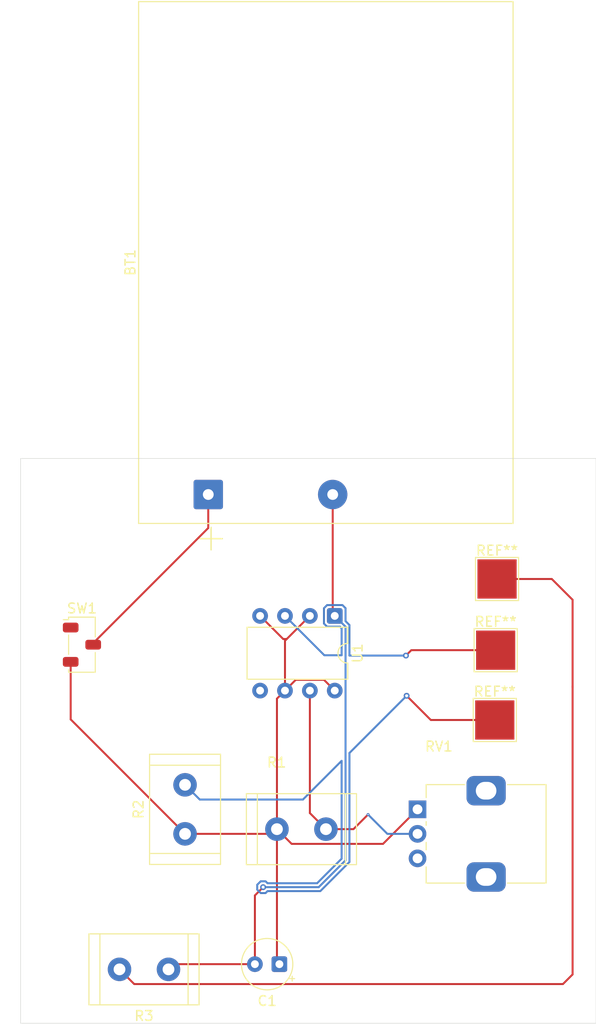
<source format=kicad_pcb>
(kicad_pcb (version 20241229) (generator "pcbnew") (generator_version "9.0")
  (layers (0 "F.Cu" signal) (2 "B.Cu" signal) (13 "F.Paste" user) (15 "B.Paste" user) (5 "F.SilkS" user "F.Silkscreen") (7 "B.SilkS" user "B.Silkscreen") (1 "F.Mask" user) (3 "B.Mask" user) (25 "Edge.Cuts" user))
  (net 0 "")
  (net 1 "Net-(BT1--)")
  (net 2 "Net-(SW1-A)")
  (net 3 "Net-(BT1-+)")
  (net 4 "Net-(U1-DIS)")
  (net 5 "Net-(G11-A)")
  (net 6 "Net-(G1-K)")
  (net 7 "Net-(G16-K)")
  (footprint "TestPoint:TestPoint_Pad_4.0x4.0mm" (layer "F.Cu") (at 161.69 88.95)
    (property "Reference" "REF**" (at 0 -2.898 0) (layer "F.SilkS"))
    (property "Value" "TestPoint_Pad_4.0x4.0mm")
    (fp_line (start -2.2 -2.2) (end 2.2 -2.2) (stroke (width 0.12)) (layer "F.SilkS") (net 1))
    (fp_line (start -2.2 2.2) (end -2.2 -2.2) (stroke (width 0.12)) (layer "F.SilkS") (net 1))
    (fp_line (start 2.2 -2.2) (end 2.2 2.2) (stroke (width 0.12)) (layer "F.SilkS") (net 1))
    (fp_line (start 2.2 2.2) (end -2.2 2.2) (stroke (width 0.12)) (layer "F.SilkS") (net 1))
    (pad "1" smd rect (at 0 0) (size 4 4) (layers "F.Cu" "F.Mask") (net 7 "Net-(G16-K)"))
  )
  (footprint "Battery:BatteryHolder_Keystone_2479_3xAAA" (layer "F.Cu") (at 132.2145 80.3335 90)
    (property "Reference" "BT1" (at 23.66 -7.95 90) (layer "F.SilkS"))
    (property "Value" "9V")
    (fp_line (start 50.27 -7.11) (end 50.27 31.11) (stroke (width 0.12)) (layer "F.SilkS") (net 1))
    (fp_line (start -2.95 -7.11) (end 50.27 -7.11) (stroke (width 0.12)) (layer "F.SilkS") (net 1))
    (fp_line (start 50.27 31.11) (end -2.95 31.11) (stroke (width 0.12)) (layer "F.SilkS") (net 1))
    (fp_line (start -2.95 31.11) (end -2.95 -7.11) (stroke (width 0.12)) (layer "F.SilkS") (net 1))
    (fp_text user "+" (at -4.5 0.05 90) (layer "F.SilkS") (effects (font (size 3 3))))
    (pad "" np_thru_hole circle (at 23.72 0 90) (size 3.45 3.45) (drill 3.45) (layers "*.Cu" "*.Mask"))
    (pad "" np_thru_hole circle (at 23.72 24 90) (size 3.45 3.45) (drill 3.45) (layers "*.Cu" "*.Mask"))
    (pad "1" thru_hole roundrect (at 0 0 90) (size 3 3) (drill 1.1) (layers "*.Cu" "*.Mask") (roundrect_rratio 0.083333) (net 3 "Net-(BT1-+)"))
    (pad "2" thru_hole circle (at 0 12.7 90) (size 3 3) (drill 1.1) (layers "*.Cu" "*.Mask") (net 1 "Net-(BT1--)"))
  )
  (footprint "Package_DIP:DIP-8_W7.62mm" (layer "F.Cu") (at 145.1245 92.7135 -90)
    (property "Reference" "U1" (at 3.81 -2.33 90) (layer "F.SilkS"))
    (property "Value" "LM555xN")
    (fp_line (start 1.16 8.95) (end 6.46 8.95) (stroke (width 0.12)) (layer "F.SilkS") (net 1))
    (fp_line (start 6.46 8.95) (end 6.46 -1.33) (stroke (width 0.12)) (layer "F.SilkS") (net 1))
    (fp_line (start 1.16 -1.33) (end 1.16 8.95) (stroke (width 0.12)) (layer "F.SilkS") (net 1))
    (fp_line (start 2.81 -1.33) (end 1.16 -1.33) (stroke (width 0.12)) (layer "F.SilkS") (net 1))
    (fp_line (start 6.46 -1.33) (end 4.81 -1.33) (stroke (width 0.12)) (layer "F.SilkS") (net 1))
    (fp_arc (start 4.81 -1.33) (mid 3.81 -0.33) (end 2.81 -1.33) (stroke (width 0.12)) (layer "F.SilkS") (net 1))
    (pad "1" thru_hole roundrect (at 0 0 270) (size 1.6 1.6) (drill 0.8) (layers "*.Cu" "*.Mask") (roundrect_rratio 0.15625) (net 1 "Net-(BT1--)"))
    (pad "2" thru_hole circle (at 0 2.54 270) (size 1.6 1.6) (drill 0.8) (layers "*.Cu" "*.Mask") (net 2 "Net-(SW1-A)"))
    (pad "3" thru_hole circle (at 0 5.08 270) (size 1.6 1.6) (drill 0.8) (layers "*.Cu" "*.Mask") (net 5 "Net-(G11-A)"))
    (pad "4" thru_hole circle (at 0 7.62 270) (size 1.6 1.6) (drill 0.8) (layers "*.Cu" "*.Mask") (net 2 "Net-(SW1-A)"))
    (pad "5" thru_hole circle (at 7.62 7.62 270) (size 1.6 1.6) (drill 0.8) (layers "*.Cu" "*.Mask"))
    (pad "6" thru_hole circle (at 7.62 5.08 270) (size 1.6 1.6) (drill 0.8) (layers "*.Cu" "*.Mask") (net 2 "Net-(SW1-A)"))
    (pad "7" thru_hole circle (at 7.62 2.54 270) (size 1.6 1.6) (drill 0.8) (layers "*.Cu" "*.Mask") (net 4 "Net-(U1-DIS)"))
    (pad "8" thru_hole circle (at 7.62 0 270) (size 1.6 1.6) (drill 0.8) (layers "*.Cu" "*.Mask") (net 2 "Net-(SW1-A)"))
  )
  (footprint "Resistor_THT:R_Radial_Power_L11.0mm_W7.0mm_P5.00mm" (layer "F.Cu") (at 129.8445 114.9435 90)
    (property "Reference" "R2" (at 2.5 -4.75 90) (layer "F.SilkS"))
    (property "Value" "220R")
    (fp_line (start 8.12 -3.62) (end 8.12 3.62) (stroke (width 0.12)) (layer "F.SilkS") (net 1))
    (fp_line (start 7 -3.62) (end 7 3.62) (stroke (width 0.12)) (layer "F.SilkS") (net 1))
    (fp_line (start -2 -3.62) (end -2 3.62) (stroke (width 0.12)) (layer "F.SilkS") (net 1))
    (fp_line (start -3.12 -3.62) (end 8.12 -3.62) (stroke (width 0.12)) (layer "F.SilkS") (net 1))
    (fp_line (start 8.12 3.62) (end -3.12 3.62) (stroke (width 0.12)) (layer "F.SilkS") (net 1))
    (fp_line (start -3.12 3.62) (end -3.12 -3.62) (stroke (width 0.12)) (layer "F.SilkS") (net 1))
    (pad "1" thru_hole circle (at 0 0 90) (size 2.4 2.4) (drill 1.2) (layers "*.Cu" "*.Mask") (net 2 "Net-(SW1-A)"))
    (pad "2" thru_hole circle (at 5 0 90) (size 2.4 2.4) (drill 1.2) (layers "*.Cu" "*.Mask") (net 6 "Net-(G1-K)"))
  )
  (footprint "Resistor_THT:R_Radial_Power_L11.0mm_W7.0mm_P5.00mm" (layer "F.Cu") (at 139.2245 114.4635)
    (property "Reference" "R1" (at -0.03 -6.8 180) (layer "F.SilkS"))
    (property "Value" "1K")
    (fp_line (start -3.12 -3.62) (end 8.12 -3.62) (stroke (width 0.12)) (layer "F.SilkS") (net 1))
    (fp_line (start -3.12 3.62) (end -3.12 -3.62) (stroke (width 0.12)) (layer "F.SilkS") (net 1))
    (fp_line (start -2 -3.62) (end -2 3.62) (stroke (width 0.12)) (layer "F.SilkS") (net 1))
    (fp_line (start 7 -3.62) (end 7 3.62) (stroke (width 0.12)) (layer "F.SilkS") (net 1))
    (fp_line (start 8.12 -3.62) (end 8.12 3.62) (stroke (width 0.12)) (layer "F.SilkS") (net 1))
    (fp_line (start 8.12 3.62) (end -3.12 3.62) (stroke (width 0.12)) (layer "F.SilkS") (net 1))
    (pad "1" thru_hole circle (at 0 0) (size 2.4 2.4) (drill 1.2) (layers "*.Cu" "*.Mask") (net 2 "Net-(SW1-A)"))
    (pad "2" thru_hole circle (at 5 0) (size 2.4 2.4) (drill 1.2) (layers "*.Cu" "*.Mask") (net 4 "Net-(U1-DIS)"))
  )
  (footprint "Potentiometer_THT:Potentiometer_Alps_RK09K_Single_Vertical" (layer "F.Cu") (at 153.5745 112.4435)
    (property "Reference" "RV1" (at 2.18 -6.41 180) (layer "F.SilkS"))
    (property "Value" "R_Potentiometer_Trim_US")
    (fp_line (start 0.88 -2.521) (end 0.88 -1.2) (stroke (width 0.12)) (layer "F.SilkS") (net 1))
    (fp_line (start 0.88 -2.521) (end 4.817 -2.521) (stroke (width 0.12)) (layer "F.SilkS") (net 1))
    (fp_line (start 0.88 1.25) (end 0.88 1.63) (stroke (width 0.12)) (layer "F.SilkS") (net 1))
    (fp_line (start 0.88 3.371) (end 0.88 4.13) (stroke (width 0.12)) (layer "F.SilkS") (net 1))
    (fp_line (start 0.88 5.87) (end 0.88 7.52) (stroke (width 0.12)) (layer "F.SilkS") (net 1))
    (fp_line (start 0.88 7.52) (end 4.817 7.52) (stroke (width 0.12)) (layer "F.SilkS") (net 1))
    (fp_line (start 9.184 -2.521) (end 13.12 -2.521) (stroke (width 0.12)) (layer "F.SilkS") (net 1))
    (fp_line (start 9.184 7.52) (end 13.12 7.52) (stroke (width 0.12)) (layer "F.SilkS") (net 1))
    (fp_line (start 13.12 -2.521) (end 13.12 7.52) (stroke (width 0.12)) (layer "F.SilkS") (net 1))
    (pad "1" thru_hole rect (at 0 0) (size 1.8 1.8) (drill 1) (layers "*.Cu" "*.Mask") (net 2 "Net-(SW1-A)"))
    (pad "2" thru_hole circle (at 0 2.5) (size 1.8 1.8) (drill 1) (layers "*.Cu" "*.Mask") (net 4 "Net-(U1-DIS)"))
    (pad "3" thru_hole circle (at 0 5) (size 1.8 1.8) (drill 1) (layers "*.Cu" "*.Mask"))
    (pad "MP" thru_hole roundrect (at 7 -1.9) (size 4 3) (drill oval 2.1 1.8) (layers "*.Cu" "*.Mask"))
    (pad "MP" thru_hole roundrect (at 7 6.9) (size 4 3) (drill oval 2.1 1.8) (layers "*.Cu" "*.Mask"))
  )
  (footprint "TestPoint:TestPoint_Pad_4.0x4.0mm" (layer "F.Cu") (at 161.55 96.21)
    (property "Reference" "REF**" (at 0 -2.898 0) (layer "F.SilkS"))
    (property "Value" "TestPoint_Pad_4.0x4.0mm")
    (fp_line (start -2.2 -2.2) (end 2.2 -2.2) (stroke (width 0.12)) (layer "F.SilkS") (net 1))
    (fp_line (start -2.2 2.2) (end -2.2 -2.2) (stroke (width 0.12)) (layer "F.SilkS") (net 1))
    (fp_line (start 2.2 -2.2) (end 2.2 2.2) (stroke (width 0.12)) (layer "F.SilkS") (net 1))
    (fp_line (start 2.2 2.2) (end -2.2 2.2) (stroke (width 0.12)) (layer "F.SilkS") (net 1))
    (pad "1" smd rect (at 0 0) (size 4 4) (layers "F.Cu" "F.Mask") (net 5 "Net-(G11-A)"))
  )
  (footprint "TestPoint:TestPoint_Pad_4.0x4.0mm" (layer "F.Cu") (at 161.46 103.33)
    (property "Reference" "REF**" (at 0 -2.898 0) (layer "F.SilkS"))
    (property "Value" "TestPoint_Pad_4.0x4.0mm")
    (fp_line (start -2.2 -2.2) (end 2.2 -2.2) (stroke (width 0.12)) (layer "F.SilkS") (net 1))
    (fp_line (start -2.2 2.2) (end -2.2 -2.2) (stroke (width 0.12)) (layer "F.SilkS") (net 1))
    (fp_line (start 2.2 -2.2) (end 2.2 2.2) (stroke (width 0.12)) (layer "F.SilkS") (net 1))
    (fp_line (start 2.2 2.2) (end -2.2 2.2) (stroke (width 0.12)) (layer "F.SilkS") (net 1))
    (pad "1" smd rect (at 0 0) (size 4 4) (layers "F.Cu" "F.Mask") (net 6 "Net-(G1-K)"))
  )
  (footprint "Resistor_THT:R_Radial_Power_L11.0mm_W7.0mm_P5.00mm" (layer "F.Cu") (at 128.1545 128.7635 180)
    (property "Reference" "R3" (at 2.5 -4.75 0) (layer "F.SilkS"))
    (property "Value" "220R")
    (fp_line (start 8.12 3.62) (end -3.12 3.62) (stroke (width 0.12)) (layer "F.SilkS") (net 1))
    (fp_line (start 8.12 -3.62) (end 8.12 3.62) (stroke (width 0.12)) (layer "F.SilkS") (net 1))
    (fp_line (start 7 -3.62) (end 7 3.62) (stroke (width 0.12)) (layer "F.SilkS") (net 1))
    (fp_line (start -2 -3.62) (end -2 3.62) (stroke (width 0.12)) (layer "F.SilkS") (net 1))
    (fp_line (start -3.12 3.62) (end -3.12 -3.62) (stroke (width 0.12)) (layer "F.SilkS") (net 1))
    (fp_line (start -3.12 -3.62) (end 8.12 -3.62) (stroke (width 0.12)) (layer "F.SilkS") (net 1))
    (pad "1" thru_hole circle (at 0 0 180) (size 2.4 2.4) (drill 1.2) (layers "*.Cu" "*.Mask") (net 1 "Net-(BT1--)"))
    (pad "2" thru_hole circle (at 5 0 180) (size 2.4 2.4) (drill 1.2) (layers "*.Cu" "*.Mask") (net 7 "Net-(G16-K)"))
  )
  (footprint "Button_Switch_SMD:Nidec_Copal_CAS-120A" (layer "F.Cu") (at 119.32 95.65)
    (property "Reference" "SW1" (at 0 -3.7 0) (layer "F.SilkS"))
    (property "Value" "SW_Nidec_CAS-120A1")
    (fp_line (start -1.36 -2.81) (end 1.36 -2.81) (stroke (width 0.12)) (layer "F.SilkS") (net 1))
    (fp_line (start -1.36 -2.55) (end -1.9 -2.55) (stroke (width 0.12)) (layer "F.SilkS") (net 1))
    (fp_line (start -1.36 -2.55) (end -1.36 -2.8) (stroke (width 0.12)) (layer "F.SilkS") (net 1))
    (fp_line (start -1.36 -0.98) (end -1.36 0.98) (stroke (width 0.12)) (layer "F.SilkS") (net 1))
    (fp_line (start -1.36 2.81) (end -1.36 2.55) (stroke (width 0.12)) (layer "F.SilkS") (net 1))
    (fp_line (start 1.35 2.81) (end -1.35 2.81) (stroke (width 0.12)) (layer "F.SilkS") (net 1))
    (fp_line (start 1.36 -2.81) (end 1.36 -0.8) (stroke (width 0.12)) (layer "F.SilkS") (net 1))
    (fp_line (start 1.36 0.8) (end 1.36 2.81) (stroke (width 0.12)) (layer "F.SilkS") (net 1))
    (pad "1" smd roundrect (at -1.15 -1.75 270) (size 1 1.6) (layers "F.Cu" "F.Mask" "F.Paste"))
    (pad "2" smd roundrect (at 1.15 0 270) (size 1 1.6) (layers "F.Cu" "F.Mask" "F.Paste") (net 3 "Net-(BT1-+)"))
    (pad "3" smd roundrect (at -1.15 1.75 270) (size 1 1.6) (layers "F.Cu" "F.Mask" "F.Paste") (net 2 "Net-(SW1-A)"))
  )
  (footprint "Capacitor_THT:CP_Radial_Tantal_D5.0mm_P2.50mm" (layer "F.Cu") (at 139.4745 128.2335 180)
    (property "Reference" "C1" (at 1.25 -3.75 0) (layer "F.SilkS"))
    (property "Value" "10uF")
    (fp_line (start -1.304775 -1.725) (end -1.304775 -1.225) (stroke (width 0.12)) (layer "F.SilkS") (net 1))
    (fp_line (start -1.554775 -1.475) (end -1.054775 -1.475) (stroke (width 0.12)) (layer "F.SilkS") (net 1))
    (fp_circle (center 1.25 0) (end 3.87 0) (stroke (width 0.12)) (fill no) (layer "F.SilkS") (net 1))
    (pad "1" thru_hole roundrect (at 0 0 180) (size 1.6 1.6) (drill 0.8) (layers "*.Cu" "*.Mask") (roundrect_rratio 0.15625) (net 2 "Net-(SW1-A)"))
    (pad "2" thru_hole circle (at 2.5 0 180) (size 1.6 1.6) (drill 0.8) (layers "*.Cu" "*.Mask") (net 1 "Net-(BT1--)"))
  )
  (gr_rect (start 113.06 76.66) (end 171.79 134.26) (stroke (width 0.05)) (fill no) (layer "Edge.Cuts"))
  (segment (start 144.9145 92.5035) (end 145.1245 92.7135) (width 0.2) (layer "F.Cu") (net 1))
  (segment (start 144.9145 80.3335) (end 144.9145 92.5035) (width 0.2) (layer "F.Cu") (net 1))
  (segment (start 136.9745 128.2335) (end 136.9745 121.2235) (width 0.2) (layer "F.Cu") (net 1))
  (segment (start 136.9745 128.2335) (end 128.6845 128.2335) (width 0.2) (layer "F.Cu") (net 1))
  (segment (start 136.9745 121.2235) (end 137.8145 120.3835) (width 0.2) (layer "F.Cu") (net 1))
  (segment (start 128.6845 128.2335) (end 128.1545 128.7635) (width 0.2) (layer "F.Cu") (net 1))
  (via (at 137.8145 120.3835) (size 0.6) (drill 0.3) (layers "F.Cu" "B.Cu") (net 1))
  (segment (start 146.2255 93.8145) (end 145.1245 92.7135) (width 0.2) (layer "B.Cu") (net 1))
  (segment (start 143.4845 120.3835) (end 146.2255 117.6425) (width 0.2) (layer "B.Cu") (net 1))
  (segment (start 137.8145 120.3835) (end 143.4845 120.3835) (width 0.2) (layer "B.Cu") (net 1))
  (segment (start 146.2255 117.6425) (end 146.2255 93.8145) (width 0.2) (layer "B.Cu") (net 1))
  (segment (start 118.17 97.4) (end 118.17 103.269) (width 0.2) (layer "F.Cu") (net 2))
  (segment (start 140.0445 95.2535) (end 140.2245 95.0735) (width 0.2) (layer "F.Cu") (net 2))
  (segment (start 118.17 103.269) (end 129.8445 114.9435) (width 0.2) (layer "F.Cu") (net 2))
  (segment (start 140.2245 95.0735) (end 139.8645 95.0735) (width 0.2) (layer "F.Cu") (net 2))
  (segment (start 140.0445 100.3335) (end 140.0445 95.2535) (width 0.2) (layer "F.Cu") (net 2))
  (segment (start 139.2245 114.4635) (end 140.7255 115.9645) (width 0.2) (layer "F.Cu") (net 2))
  (segment (start 141.1455 99.2325) (end 144.0235 99.2325) (width 0.2) (layer "F.Cu") (net 2))
  (segment (start 129.8445 114.9435) (end 138.7445 114.9435) (width 0.2) (layer "F.Cu") (net 2))
  (segment (start 144.0235 99.2325) (end 145.1245 100.3335) (width 0.2) (layer "F.Cu") (net 2))
  (segment (start 140.0445 100.3335) (end 141.1455 99.2325) (width 0.2) (layer "F.Cu") (net 2))
  (segment (start 139.8645 95.0735) (end 137.5045 92.7135) (width 0.2) (layer "F.Cu") (net 2))
  (segment (start 138.7445 114.9435) (end 139.2245 114.4635) (width 0.2) (layer "F.Cu") (net 2))
  (segment (start 139.2245 101.1535) (end 140.0445 100.3335) (width 0.2) (layer "F.Cu") (net 2))
  (segment (start 140.2245 95.0735) (end 142.5845 92.7135) (width 0.2) (layer "F.Cu") (net 2))
  (segment (start 139.2245 114.4635) (end 139.2245 101.1535) (width 0.2) (layer "F.Cu") (net 2))
  (segment (start 140.7255 115.9645) (end 150.0535 115.9645) (width 0.2) (layer "F.Cu") (net 2))
  (segment (start 139.2245 127.9835) (end 139.4745 128.2335) (width 0.2) (layer "F.Cu") (net 2))
  (segment (start 150.0535 115.9645) (end 153.5745 112.4435) (width 0.2) (layer "F.Cu") (net 2))
  (segment (start 139.2245 114.4635) (end 139.2245 127.9835) (width 0.2) (layer "F.Cu") (net 2))
  (segment (start 132.2145 83.7455) (end 120.47 95.49) (width 0.2) (layer "F.Cu") (net 3))
  (segment (start 120.47 95.49) (end 120.47 95.65) (width 0.2) (layer "F.Cu") (net 3))
  (segment (start 132.2145 80.3335) (end 132.2145 83.7455) (width 0.2) (layer "F.Cu") (net 3))
  (segment (start 147.0345 114.4635) (end 148.5245 112.9735) (width 0.2) (layer "F.Cu") (net 4))
  (segment (start 142.5845 100.3335) (end 142.5845 112.8235) (width 0.2) (layer "F.Cu") (net 4))
  (segment (start 144.2245 114.4635) (end 147.0345 114.4635) (width 0.2) (layer "F.Cu") (net 4))
  (segment (start 142.5845 112.8235) (end 144.2245 114.4635) (width 0.2) (layer "F.Cu") (net 4))
  (via micro (at 148.5245 112.9735) (size 0.3) (drill 0.1) (layers "F.Cu" "B.Cu") (net 4))
  (segment (start 148.5245 112.9735) (end 150.4945 114.9435) (width 0.2) (layer "B.Cu") (net 4))
  (segment (start 150.4945 114.9435) (end 153.5745 114.9435) (width 0.2) (layer "B.Cu") (net 4))
  (segment (start 152.39 96.76) (end 152.94 96.21) (width 0.2) (layer "F.Cu") (net 5))
  (segment (start 152.94 96.21) (end 161.55 96.21) (width 0.2) (layer "F.Cu") (net 5))
  (via (at 152.39 96.76) (size 0.6) (drill 0.3) (layers "F.Cu" "B.Cu") (net 5))
  (segment (start 146.6265 93.6484) (end 146.6265 96.76) (width 0.2) (layer "B.Cu") (net 5))
  (segment (start 145.90966 91.6125) (end 146.2255 91.92834) (width 0.2) (layer "B.Cu") (net 5))
  (segment (start 146.6265 96.76) (end 152.39 96.76) (width 0.2) (layer "B.Cu") (net 5))
  (segment (start 146.2255 93.2474) (end 146.6265 93.6484) (width 0.2) (layer "B.Cu") (net 5))
  (segment (start 144.061 96.73) (end 145.8245 96.73) (width 0.2) (layer "B.Cu") (net 5))
  (segment (start 144.0235 93.49866) (end 144.0235 91.92834) (width 0.2) (layer "B.Cu") (net 5))
  (segment (start 146.2255 91.92834) (end 146.2255 93.2474) (width 0.2) (layer "B.Cu") (net 5))
  (segment (start 140.0445 92.7135) (end 144.061 96.73) (width 0.2) (layer "B.Cu") (net 5))
  (segment (start 144.0235 91.92834) (end 144.33934 91.6125) (width 0.2) (layer "B.Cu") (net 5))
  (segment (start 144.33934 91.6125) (end 145.90966 91.6125) (width 0.2) (layer "B.Cu") (net 5))
  (segment (start 145.8245 96.73) (end 145.8245 93.9806) (width 0.2) (layer "B.Cu") (net 5))
  (segment (start 144.33934 93.8145) (end 144.0235 93.49866) (width 0.2) (layer "B.Cu") (net 5))
  (segment (start 145.6584 93.8145) (end 144.33934 93.8145) (width 0.2) (layer "B.Cu") (net 5))
  (segment (start 145.8245 93.9806) (end 145.6584 93.8145) (width 0.2) (layer "B.Cu") (net 5))
  (segment (start 152.46 100.86) (end 154.93 103.33) (width 0.2) (layer "F.Cu") (net 6))
  (segment (start 154.93 103.33) (end 161.46 103.33) (width 0.2) (layer "F.Cu") (net 6))
  (via (at 152.46 100.86) (size 0.6) (drill 0.3) (layers "F.Cu" "B.Cu") (net 6))
  (segment (start 145.8245 117.4764) (end 143.3184 119.9825) (width 0.2) (layer "B.Cu") (net 6))
  (segment (start 146.6265 117.8086) (end 146.6265 106.6935) (width 0.2) (layer "B.Cu") (net 6))
  (segment (start 131.3455 111.4445) (end 141.8755 111.4445) (width 0.2) (layer "B.Cu") (net 6))
  (segment (start 143.3184 119.9825) (end 138.263443 119.9825) (width 0.2) (layer "B.Cu") (net 6))
  (segment (start 138.263443 119.9825) (end 138.063443 119.7825) (width 0.2) (layer "B.Cu") (net 6))
  (segment (start 143.6506 120.7845) (end 146.6265 117.8086) (width 0.2) (layer "B.Cu") (net 6))
  (segment (start 138.063443 119.7825) (end 137.565557 119.7825) (width 0.2) (layer "B.Cu") (net 6))
  (segment (start 145.8245 107.4955) (end 145.8245 117.4764) (width 0.2) (layer "B.Cu") (net 6))
  (segment (start 146.6265 106.6935) (end 152.46 100.86) (width 0.2) (layer "B.Cu") (net 6))
  (segment (start 141.8755 111.4445) (end 145.8245 107.4955) (width 0.2) (layer "B.Cu") (net 6))
  (segment (start 137.565557 119.7825) (end 137.2135 120.134557) (width 0.2) (layer "B.Cu") (net 6))
  (segment (start 129.8445 109.9435) (end 131.3455 111.4445) (width 0.2) (layer "B.Cu") (net 6))
  (segment (start 138.263443 120.7845) (end 143.6506 120.7845) (width 0.2) (layer "B.Cu") (net 6))
  (segment (start 137.2135 120.134557) (end 137.2135 120.632443) (width 0.2) (layer "B.Cu") (net 6))
  (segment (start 138.063443 120.9845) (end 138.263443 120.7845) (width 0.2) (layer "B.Cu") (net 6))
  (segment (start 137.2135 120.632443) (end 137.565557 120.9845) (width 0.2) (layer "B.Cu") (net 6))
  (segment (start 137.565557 120.9845) (end 138.063443 120.9845) (width 0.2) (layer "B.Cu") (net 6))
  (segment (start 169.4 129.28) (end 169.4 99.88) (width 0.2) (layer "F.Cu") (net 7))
  (segment (start 124.6555 130.2645) (end 168.4155 130.2645) (width 0.2) (layer "F.Cu") (net 7))
  (segment (start 169.4 99.992) (end 169.4 91.07) (width 0.2) (layer "F.Cu") (net 7))
  (segment (start 167.28 88.95) (end 161.69 88.95) (width 0.2) (layer "F.Cu") (net 7))
  (segment (start 123.1545 128.7635) (end 124.6555 130.2645) (width 0.2) (layer "F.Cu") (net 7))
  (segment (start 168.4155 130.2645) (end 169.4 129.28) (width 0.2) (layer "F.Cu") (net 7))
  (segment (start 169.4 91.07) (end 167.28 88.95) (width 0.2) (layer "F.Cu") (net 7))
)
</source>
